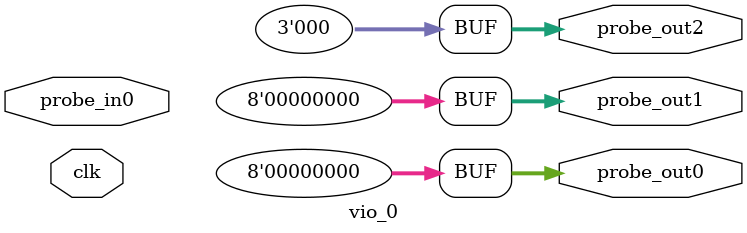
<source format=v>
`timescale 1ns / 1ps
module vio_0 (
clk,
probe_in0,
probe_out0,
probe_out1,
probe_out2
);

input clk;
input [15 : 0] probe_in0;

output reg [7 : 0] probe_out0 = 'h00 ;
output reg [7 : 0] probe_out1 = 'h00 ;
output reg [2 : 0] probe_out2 = 'h0 ;


endmodule

</source>
